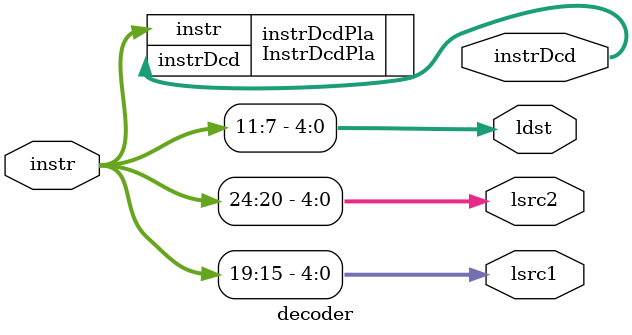
<source format=v>
module decoder (
  input  wire [31:0] instr,
  output wire [2:0]  instrDcd,
  output wire [4:0]  lsrc1,
  output wire [4:0]  lsrc2,
  output wire [4:0]  ldst
);

  assign lsrc1[4:0] = instr[19:15];
  assign lsrc2[4:0] = instr[24:20];
  assign ldst[4:0]  = instr[11:7];

  InstrDcdPla
  instrDcdPla(
    .instr   (instr[31:0]),
    .instrDcd(instrDcd[2:0])
  );

endmodule
</source>
